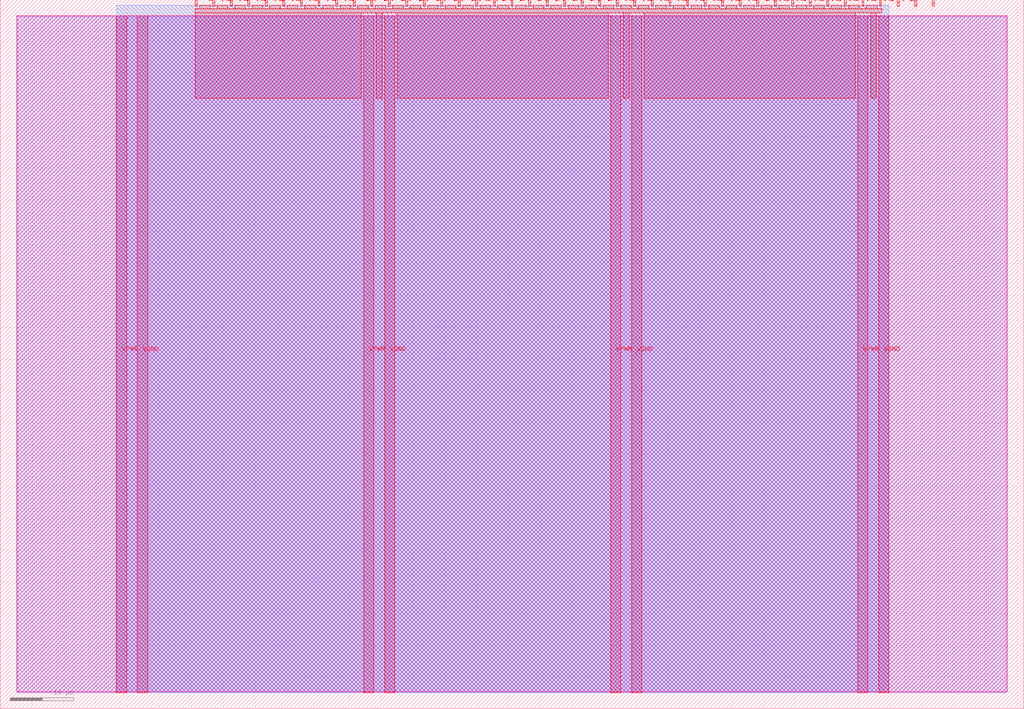
<source format=lef>
VERSION 5.7 ;
  NOWIREEXTENSIONATPIN ON ;
  DIVIDERCHAR "/" ;
  BUSBITCHARS "[]" ;
MACRO tt_um_wokwi_414041465275103233
  CLASS BLOCK ;
  FOREIGN tt_um_wokwi_414041465275103233 ;
  ORIGIN 0.000 0.000 ;
  SIZE 161.000 BY 111.520 ;
  PIN VGND
    DIRECTION INOUT ;
    USE GROUND ;
    PORT
      LAYER met4 ;
        RECT 21.580 2.480 23.180 109.040 ;
    END
    PORT
      LAYER met4 ;
        RECT 60.450 2.480 62.050 109.040 ;
    END
    PORT
      LAYER met4 ;
        RECT 99.320 2.480 100.920 109.040 ;
    END
    PORT
      LAYER met4 ;
        RECT 138.190 2.480 139.790 109.040 ;
    END
  END VGND
  PIN VPWR
    DIRECTION INOUT ;
    USE POWER ;
    PORT
      LAYER met4 ;
        RECT 18.280 2.480 19.880 109.040 ;
    END
    PORT
      LAYER met4 ;
        RECT 57.150 2.480 58.750 109.040 ;
    END
    PORT
      LAYER met4 ;
        RECT 96.020 2.480 97.620 109.040 ;
    END
    PORT
      LAYER met4 ;
        RECT 134.890 2.480 136.490 109.040 ;
    END
  END VPWR
  PIN clk
    DIRECTION INPUT ;
    USE SIGNAL ;
    PORT
      LAYER met4 ;
        RECT 143.830 110.520 144.130 111.520 ;
    END
  END clk
  PIN ena
    DIRECTION INPUT ;
    USE SIGNAL ;
    PORT
      LAYER met4 ;
        RECT 146.590 110.520 146.890 111.520 ;
    END
  END ena
  PIN rst_n
    DIRECTION INPUT ;
    USE SIGNAL ;
    PORT
      LAYER met4 ;
        RECT 141.070 110.520 141.370 111.520 ;
    END
  END rst_n
  PIN ui_in[0]
    DIRECTION INPUT ;
    USE SIGNAL ;
    ANTENNAGATEAREA 0.196500 ;
    PORT
      LAYER met4 ;
        RECT 138.310 110.520 138.610 111.520 ;
    END
  END ui_in[0]
  PIN ui_in[1]
    DIRECTION INPUT ;
    USE SIGNAL ;
    ANTENNAGATEAREA 0.196500 ;
    PORT
      LAYER met4 ;
        RECT 135.550 110.520 135.850 111.520 ;
    END
  END ui_in[1]
  PIN ui_in[2]
    DIRECTION INPUT ;
    USE SIGNAL ;
    ANTENNAGATEAREA 0.196500 ;
    PORT
      LAYER met4 ;
        RECT 132.790 110.520 133.090 111.520 ;
    END
  END ui_in[2]
  PIN ui_in[3]
    DIRECTION INPUT ;
    USE SIGNAL ;
    ANTENNAGATEAREA 0.196500 ;
    PORT
      LAYER met4 ;
        RECT 130.030 110.520 130.330 111.520 ;
    END
  END ui_in[3]
  PIN ui_in[4]
    DIRECTION INPUT ;
    USE SIGNAL ;
    ANTENNAGATEAREA 0.159000 ;
    PORT
      LAYER met4 ;
        RECT 127.270 110.520 127.570 111.520 ;
    END
  END ui_in[4]
  PIN ui_in[5]
    DIRECTION INPUT ;
    USE SIGNAL ;
    ANTENNAGATEAREA 0.159000 ;
    PORT
      LAYER met4 ;
        RECT 124.510 110.520 124.810 111.520 ;
    END
  END ui_in[5]
  PIN ui_in[6]
    DIRECTION INPUT ;
    USE SIGNAL ;
    ANTENNAGATEAREA 0.159000 ;
    PORT
      LAYER met4 ;
        RECT 121.750 110.520 122.050 111.520 ;
    END
  END ui_in[6]
  PIN ui_in[7]
    DIRECTION INPUT ;
    USE SIGNAL ;
    ANTENNAGATEAREA 0.159000 ;
    PORT
      LAYER met4 ;
        RECT 118.990 110.520 119.290 111.520 ;
    END
  END ui_in[7]
  PIN uio_in[0]
    DIRECTION INPUT ;
    USE SIGNAL ;
    PORT
      LAYER met4 ;
        RECT 116.230 110.520 116.530 111.520 ;
    END
  END uio_in[0]
  PIN uio_in[1]
    DIRECTION INPUT ;
    USE SIGNAL ;
    PORT
      LAYER met4 ;
        RECT 113.470 110.520 113.770 111.520 ;
    END
  END uio_in[1]
  PIN uio_in[2]
    DIRECTION INPUT ;
    USE SIGNAL ;
    PORT
      LAYER met4 ;
        RECT 110.710 110.520 111.010 111.520 ;
    END
  END uio_in[2]
  PIN uio_in[3]
    DIRECTION INPUT ;
    USE SIGNAL ;
    PORT
      LAYER met4 ;
        RECT 107.950 110.520 108.250 111.520 ;
    END
  END uio_in[3]
  PIN uio_in[4]
    DIRECTION INPUT ;
    USE SIGNAL ;
    PORT
      LAYER met4 ;
        RECT 105.190 110.520 105.490 111.520 ;
    END
  END uio_in[4]
  PIN uio_in[5]
    DIRECTION INPUT ;
    USE SIGNAL ;
    PORT
      LAYER met4 ;
        RECT 102.430 110.520 102.730 111.520 ;
    END
  END uio_in[5]
  PIN uio_in[6]
    DIRECTION INPUT ;
    USE SIGNAL ;
    PORT
      LAYER met4 ;
        RECT 99.670 110.520 99.970 111.520 ;
    END
  END uio_in[6]
  PIN uio_in[7]
    DIRECTION INPUT ;
    USE SIGNAL ;
    PORT
      LAYER met4 ;
        RECT 96.910 110.520 97.210 111.520 ;
    END
  END uio_in[7]
  PIN uio_oe[0]
    DIRECTION OUTPUT ;
    USE SIGNAL ;
    PORT
      LAYER met4 ;
        RECT 49.990 110.520 50.290 111.520 ;
    END
  END uio_oe[0]
  PIN uio_oe[1]
    DIRECTION OUTPUT ;
    USE SIGNAL ;
    PORT
      LAYER met4 ;
        RECT 47.230 110.520 47.530 111.520 ;
    END
  END uio_oe[1]
  PIN uio_oe[2]
    DIRECTION OUTPUT ;
    USE SIGNAL ;
    PORT
      LAYER met4 ;
        RECT 44.470 110.520 44.770 111.520 ;
    END
  END uio_oe[2]
  PIN uio_oe[3]
    DIRECTION OUTPUT ;
    USE SIGNAL ;
    PORT
      LAYER met4 ;
        RECT 41.710 110.520 42.010 111.520 ;
    END
  END uio_oe[3]
  PIN uio_oe[4]
    DIRECTION OUTPUT ;
    USE SIGNAL ;
    PORT
      LAYER met4 ;
        RECT 38.950 110.520 39.250 111.520 ;
    END
  END uio_oe[4]
  PIN uio_oe[5]
    DIRECTION OUTPUT ;
    USE SIGNAL ;
    PORT
      LAYER met4 ;
        RECT 36.190 110.520 36.490 111.520 ;
    END
  END uio_oe[5]
  PIN uio_oe[6]
    DIRECTION OUTPUT ;
    USE SIGNAL ;
    PORT
      LAYER met4 ;
        RECT 33.430 110.520 33.730 111.520 ;
    END
  END uio_oe[6]
  PIN uio_oe[7]
    DIRECTION OUTPUT ;
    USE SIGNAL ;
    PORT
      LAYER met4 ;
        RECT 30.670 110.520 30.970 111.520 ;
    END
  END uio_oe[7]
  PIN uio_out[0]
    DIRECTION OUTPUT ;
    USE SIGNAL ;
    PORT
      LAYER met4 ;
        RECT 72.070 110.520 72.370 111.520 ;
    END
  END uio_out[0]
  PIN uio_out[1]
    DIRECTION OUTPUT ;
    USE SIGNAL ;
    PORT
      LAYER met4 ;
        RECT 69.310 110.520 69.610 111.520 ;
    END
  END uio_out[1]
  PIN uio_out[2]
    DIRECTION OUTPUT ;
    USE SIGNAL ;
    PORT
      LAYER met4 ;
        RECT 66.550 110.520 66.850 111.520 ;
    END
  END uio_out[2]
  PIN uio_out[3]
    DIRECTION OUTPUT ;
    USE SIGNAL ;
    PORT
      LAYER met4 ;
        RECT 63.790 110.520 64.090 111.520 ;
    END
  END uio_out[3]
  PIN uio_out[4]
    DIRECTION OUTPUT ;
    USE SIGNAL ;
    PORT
      LAYER met4 ;
        RECT 61.030 110.520 61.330 111.520 ;
    END
  END uio_out[4]
  PIN uio_out[5]
    DIRECTION OUTPUT ;
    USE SIGNAL ;
    PORT
      LAYER met4 ;
        RECT 58.270 110.520 58.570 111.520 ;
    END
  END uio_out[5]
  PIN uio_out[6]
    DIRECTION OUTPUT ;
    USE SIGNAL ;
    PORT
      LAYER met4 ;
        RECT 55.510 110.520 55.810 111.520 ;
    END
  END uio_out[6]
  PIN uio_out[7]
    DIRECTION OUTPUT ;
    USE SIGNAL ;
    PORT
      LAYER met4 ;
        RECT 52.750 110.520 53.050 111.520 ;
    END
  END uio_out[7]
  PIN uo_out[0]
    DIRECTION OUTPUT ;
    USE SIGNAL ;
    ANTENNADIFFAREA 0.445500 ;
    PORT
      LAYER met4 ;
        RECT 94.150 110.520 94.450 111.520 ;
    END
  END uo_out[0]
  PIN uo_out[1]
    DIRECTION OUTPUT ;
    USE SIGNAL ;
    ANTENNADIFFAREA 0.795200 ;
    PORT
      LAYER met4 ;
        RECT 91.390 110.520 91.690 111.520 ;
    END
  END uo_out[1]
  PIN uo_out[2]
    DIRECTION OUTPUT ;
    USE SIGNAL ;
    ANTENNADIFFAREA 0.445500 ;
    PORT
      LAYER met4 ;
        RECT 88.630 110.520 88.930 111.520 ;
    END
  END uo_out[2]
  PIN uo_out[3]
    DIRECTION OUTPUT ;
    USE SIGNAL ;
    ANTENNADIFFAREA 0.445500 ;
    PORT
      LAYER met4 ;
        RECT 85.870 110.520 86.170 111.520 ;
    END
  END uo_out[3]
  PIN uo_out[4]
    DIRECTION OUTPUT ;
    USE SIGNAL ;
    ANTENNADIFFAREA 0.445500 ;
    PORT
      LAYER met4 ;
        RECT 83.110 110.520 83.410 111.520 ;
    END
  END uo_out[4]
  PIN uo_out[5]
    DIRECTION OUTPUT ;
    USE SIGNAL ;
    ANTENNADIFFAREA 0.445500 ;
    PORT
      LAYER met4 ;
        RECT 80.350 110.520 80.650 111.520 ;
    END
  END uo_out[5]
  PIN uo_out[6]
    DIRECTION OUTPUT ;
    USE SIGNAL ;
    ANTENNADIFFAREA 0.445500 ;
    PORT
      LAYER met4 ;
        RECT 77.590 110.520 77.890 111.520 ;
    END
  END uo_out[6]
  PIN uo_out[7]
    DIRECTION OUTPUT ;
    USE SIGNAL ;
    ANTENNADIFFAREA 0.445500 ;
    PORT
      LAYER met4 ;
        RECT 74.830 110.520 75.130 111.520 ;
    END
  END uo_out[7]
  OBS
      LAYER nwell ;
        RECT 2.570 2.635 158.430 108.990 ;
      LAYER li1 ;
        RECT 2.760 2.635 158.240 108.885 ;
      LAYER met1 ;
        RECT 2.760 2.480 158.240 109.040 ;
      LAYER met2 ;
        RECT 18.310 2.535 139.760 110.685 ;
      LAYER met3 ;
        RECT 18.290 2.555 139.780 110.665 ;
      LAYER met4 ;
        RECT 31.370 110.120 33.030 110.665 ;
        RECT 34.130 110.120 35.790 110.665 ;
        RECT 36.890 110.120 38.550 110.665 ;
        RECT 39.650 110.120 41.310 110.665 ;
        RECT 42.410 110.120 44.070 110.665 ;
        RECT 45.170 110.120 46.830 110.665 ;
        RECT 47.930 110.120 49.590 110.665 ;
        RECT 50.690 110.120 52.350 110.665 ;
        RECT 53.450 110.120 55.110 110.665 ;
        RECT 56.210 110.120 57.870 110.665 ;
        RECT 58.970 110.120 60.630 110.665 ;
        RECT 61.730 110.120 63.390 110.665 ;
        RECT 64.490 110.120 66.150 110.665 ;
        RECT 67.250 110.120 68.910 110.665 ;
        RECT 70.010 110.120 71.670 110.665 ;
        RECT 72.770 110.120 74.430 110.665 ;
        RECT 75.530 110.120 77.190 110.665 ;
        RECT 78.290 110.120 79.950 110.665 ;
        RECT 81.050 110.120 82.710 110.665 ;
        RECT 83.810 110.120 85.470 110.665 ;
        RECT 86.570 110.120 88.230 110.665 ;
        RECT 89.330 110.120 90.990 110.665 ;
        RECT 92.090 110.120 93.750 110.665 ;
        RECT 94.850 110.120 96.510 110.665 ;
        RECT 97.610 110.120 99.270 110.665 ;
        RECT 100.370 110.120 102.030 110.665 ;
        RECT 103.130 110.120 104.790 110.665 ;
        RECT 105.890 110.120 107.550 110.665 ;
        RECT 108.650 110.120 110.310 110.665 ;
        RECT 111.410 110.120 113.070 110.665 ;
        RECT 114.170 110.120 115.830 110.665 ;
        RECT 116.930 110.120 118.590 110.665 ;
        RECT 119.690 110.120 121.350 110.665 ;
        RECT 122.450 110.120 124.110 110.665 ;
        RECT 125.210 110.120 126.870 110.665 ;
        RECT 127.970 110.120 129.630 110.665 ;
        RECT 130.730 110.120 132.390 110.665 ;
        RECT 133.490 110.120 135.150 110.665 ;
        RECT 136.250 110.120 137.910 110.665 ;
        RECT 30.655 109.440 138.625 110.120 ;
        RECT 30.655 96.055 56.750 109.440 ;
        RECT 59.150 96.055 60.050 109.440 ;
        RECT 62.450 96.055 95.620 109.440 ;
        RECT 98.020 96.055 98.920 109.440 ;
        RECT 101.320 96.055 134.490 109.440 ;
        RECT 136.890 96.055 137.790 109.440 ;
  END
END tt_um_wokwi_414041465275103233
END LIBRARY


</source>
